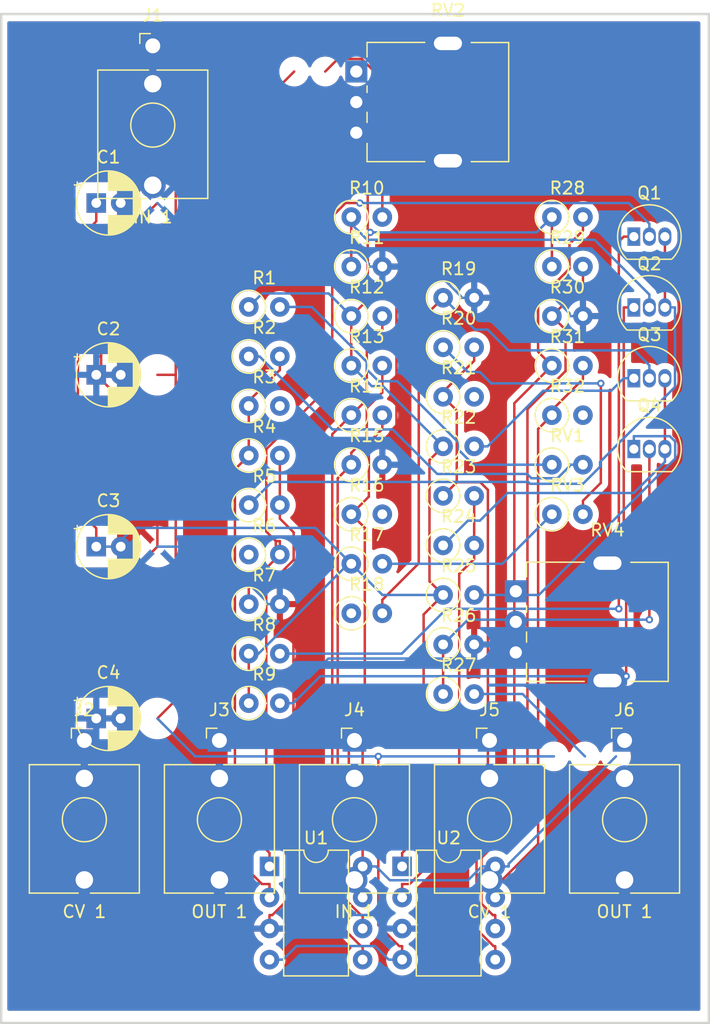
<source format=kicad_pcb>
(kicad_pcb (version 20240108) (generator "pcbnew") (generator_version "8.0")
  (layers (0 "F.Cu" signal) (31 "B.Cu" signal) (34 "B.Paste" user) (35 "F.Paste" user) (36 "B.SilkS" user "B.Silkscreen") (37 "F.SilkS" user "F.Silkscreen") (38 "B.Mask" user) (39 "F.Mask" user) (44 "Edge.Cuts" user))
  (net 0 "")
  (net 1 "VCC")
  (net 2 "GND")
  (net 3 "VEE")
  (net 4 "Net-(Q1-E)")
  (net 5 "Net-(Q1-B)")
  (net 6 "Net-(Q1-C)")
  (net 7 "Net-(Q2-C)")
  (net 8 "Net-(Q2-B)")
  (net 9 "Net-(Q3-B)")
  (net 10 "Net-(Q3-C)")
  (net 11 "Net-(Q3-E)")
  (net 12 "Net-(Q4-B)")
  (net 13 "Net-(Q4-C)")
  (net 14 "Net-(R1-Pad2)")
  (net 15 "Net-(R2-Pad1)")
  (net 16 "Net-(U1A--)")
  (net 17 "Net-(J2-PadT)")
  (net 18 "Net-(R4-Pad2)")
  (net 19 "Net-(J1-PadT)")
  (net 20 "Net-(R10-Pad2)")
  (net 21 "Net-(U1B-+)")
  (net 22 "Net-(U1B--)")
  (net 23 "Net-(R14-Pad2)")
  (net 24 "Net-(J3-PadT)")
  (net 25 "Net-(R17-Pad2)")
  (net 26 "Net-(J4-PadT)")
  (net 27 "Net-(R20-Pad1)")
  (net 28 "Net-(U2A--)")
  (net 29 "Net-(J5-PadT)")
  (net 30 "Net-(R23-Pad2)")
  (net 31 "Net-(R27-Pad2)")
  (net 32 "Net-(U2B-+)")
  (net 33 "Net-(U2B--)")
  (net 34 "Net-(R31-Pad2)")
  (net 35 "Net-(J6-PadT)")
  (footprint "Resistor_THT:R_Axial_DIN0207_L6.3mm_D2.5mm_P2.54mm_Vertical" (layer "F.Cu") (at 78.255 102.6)
    (property "Reference" "R23")
    (property "Value" "82k")
  )
  (footprint "Resistor_THT:R_Axial_DIN0207_L6.3mm_D2.5mm_P2.54mm_Vertical" (layer "F.Cu") (at 70.74 108.15)
    (property "Reference" "R17")
    (property "Value" "20k")
  )
  (footprint "Eurorack:AudioJack_3.5mm" (layer "F.Cu") (at 54.5 65.8)
    (property "Reference" "J1")
    (property "Value" "IN 1")
  )
  (footprint "Resistor_THT:R_Axial_DIN0207_L6.3mm_D2.5mm_P2.54mm_Vertical" (layer "F.Cu") (at 62.355 111.45)
    (property "Reference" "R7")
    (property "Value" "100")
  )
  (footprint "Eurorack:Potentiometer_RV09" (layer "F.Cu") (at 84.2 110.4)
    (property "Reference" "RV4")
    (property "Value" "R_Potentiometer")
  )
  (footprint "Resistor_THT:R_Axial_DIN0207_L6.3mm_D2.5mm_P2.54mm_Vertical" (layer "F.Cu") (at 70.74 96)
    (property "Reference" "R14")
    (property "Value" "100k")
  )
  (footprint "Capacitor_THT:CP_Radial_D5.0mm_P2.00mm" (layer "F.Cu") (at 49.876 106.75)
    (property "Reference" "C3")
    (property "Value" "0.1uF")
  )
  (footprint "Resistor_THT:R_Axial_DIN0207_L6.3mm_D2.5mm_P2.54mm_Vertical" (layer "F.Cu") (at 78.255 114.75)
    (property "Reference" "R26")
    (property "Value" "R")
  )
  (footprint "Package_DIP:DIP-8_W7.62mm" (layer "F.Cu") (at 74.9 132.9)
    (property "Reference" "U2")
    (property "Value" "TL072")
  )
  (footprint "Resistor_THT:R_Axial_DIN0207_L6.3mm_D2.5mm_P2.54mm_Vertical" (layer "F.Cu") (at 70.74 112.2)
    (property "Reference" "R18")
    (property "Value" "100k")
  )
  (footprint "Resistor_THT:R_Axial_DIN0207_L6.3mm_D2.5mm_P2.54mm_Vertical" (layer "F.Cu") (at 78.255 94.5)
    (property "Reference" "R21")
    (property "Value" "100k")
  )
  (footprint "Resistor_THT:R_Axial_DIN0207_L6.3mm_D2.5mm_P2.54mm_Vertical" (layer "F.Cu") (at 70.74 91.95)
    (property "Reference" "R13")
    (property "Value" "10k")
  )
  (footprint "Package_TO_SOT_THT:TO-92_Inline" (layer "F.Cu") (at 93.86 98.77)
    (property "Reference" "Q4")
    (property "Value" "BC548")
  )
  (footprint "Eurorack:AudioJack_3.5mm" (layer "F.Cu") (at 93.1 122.6)
    (property "Reference" "J6")
    (property "Value" "OUT 1")
  )
  (footprint "Capacitor_THT:CP_Radial_D5.0mm_P2.00mm" (layer "F.Cu") (at 49.876 92.7)
    (property "Reference" "C2")
    (property "Value" "0.1uF")
  )
  (footprint "Resistor_THT:R_Axial_DIN0207_L6.3mm_D2.5mm_P2.54mm_Vertical" (layer "F.Cu") (at 62.355 91.2)
    (property "Reference" "R2")
    (property "Value" "100k")
  )
  (footprint "Resistor_THT:R_Axial_DIN0207_L6.3mm_D2.5mm_P2.54mm_Vertical" (layer "F.Cu") (at 78.255 118.8)
    (property "Reference" "R27")
    (property "Value" "R")
  )
  (footprint "Resistor_THT:R_Axial_DIN0207_L6.3mm_D2.5mm_P2.54mm_Vertical" (layer "F.Cu") (at 78.255 86.4)
    (property "Reference" "R19")
    (property "Value" "100")
  )
  (footprint "Resistor_THT:R_Axial_DIN0207_L6.3mm_D2.5mm_P2.54mm_Vertical" (layer "F.Cu") (at 62.355 87.15)
    (property "Reference" "R1")
    (property "Value" "20k")
  )
  (footprint "Resistor_THT:R_Axial_DIN0207_L6.3mm_D2.5mm_P2.54mm_Vertical" (layer "F.Cu") (at 78.255 110.7)
    (property "Reference" "R25")
    (property "Value" "20k")
  )
  (footprint "Resistor_THT:R_Axial_DIN0207_L6.3mm_D2.5mm_P2.54mm_Vertical" (layer "F.Cu") (at 78.255 106.65)
    (property "Reference" "R24")
    (property "Value" "10k")
  )
  (footprint "Resistor_THT:R_Axial_DIN0207_L6.3mm_D2.5mm_P2.54mm_Vertical" (layer "F.Cu") (at 70.74 79.8)
    (property "Reference" "R10")
    (property "Value" "R")
  )
  (footprint "Resistor_THT:R_Axial_DIN0207_L6.3mm_D2.5mm_P2.54mm_Vertical" (layer "F.Cu") (at 70.74 83.85)
    (property "Reference" "R11")
    (property "Value" "R")
  )
  (footprint "Package_TO_SOT_THT:TO-92_Inline" (layer "F.Cu") (at 93.86 81.4)
    (property "Reference" "Q1")
    (property "Value" "BC548")
  )
  (footprint "Resistor_THT:R_Axial_DIN0207_L6.3mm_D2.5mm_P2.54mm_Vertical" (layer "F.Cu") (at 87.155 104.1)
    (property "Reference" "RV3")
    (property "Value" "100k")
  )
  (footprint "Resistor_THT:R_Axial_DIN0207_L6.3mm_D2.5mm_P2.54mm_Vertical" (layer "F.Cu") (at 70.74 100.05)
    (property "Reference" "R15")
    (property "Value" "100k")
  )
  (footprint "Resistor_THT:R_Axial_DIN0207_L6.3mm_D2.5mm_P2.54mm_Vertical" (layer "F.Cu") (at 62.355 115.5)
    (property "Reference" "R8")
    (property "Value" "20k")
  )
  (footprint "Package_TO_SOT_THT:TO-92_Inline" (layer "F.Cu") (at 93.86 87.19)
    (property "Reference" "Q2")
    (property "Value" "BC548")
  )
  (footprint "Resistor_THT:R_Axial_DIN0207_L6.3mm_D2.5mm_P2.54mm_Vertical" (layer "F.Cu") (at 70.74 104.1)
    (property "Reference" "R16")
    (property "Value" "1k")
  )
  (footprint "Resistor_THT:R_Axial_DIN0207_L6.3mm_D2.5mm_P2.54mm_Vertical" (layer "F.Cu") (at 70.74 87.9)
    (property "Reference" "R12")
    (property "Value" "10k")
  )
  (footprint "Resistor_THT:R_Axial_DIN0207_L6.3mm_D2.5mm_P2.54mm_Vertical" (layer "F.Cu") (at 78.255 98.55)
    (property "Reference" "R22")
    (property "Value" "20k")
  )
  (footprint "Eurorack:Potentiometer_RV09" (layer "F.Cu") (at 71.15 67.9)
    (property "Reference" "RV2")
    (property "Value" "R_Potentiometer")
  )
  (footprint "Resistor_THT:R_Axial_DIN0207_L6.3mm_D2.5mm_P2.54mm_Vertical" (layer "F.Cu") (at 87.155 91.95)
    (property "Reference" "R31")
    (property "Value" "100k")
  )
  (footprint "Package_DIP:DIP-8_W7.62mm" (layer "F.Cu") (at 64.05 132.9)
    (property "Reference" "U1")
    (property "Value" "TL072")
  )
  (footprint "Resistor_THT:R_Axial_DIN0207_L6.3mm_D2.5mm_P2.54mm_Vertical" (layer "F.Cu") (at 62.355 99.3)
    (property "Reference" "R4")
    (property "Value" "82k")
  )
  (footprint "Resistor_THT:R_Axial_DIN0207_L6.3mm_D2.5mm_P2.54mm_Vertical" (layer "F.Cu") (at 87.155 87.9)
    (property "Reference" "R30")
    (property "Value" "100k")
  )
  (footprint "Capacitor_THT:CP_Radial_D5.0mm_P2.00mm" (layer "F.Cu") (at 49.876 120.8)
    (property "Reference" "C4")
    (property "Value" "0.1uF")
  )
  (footprint "Resistor_THT:R_Axial_DIN0207_L6.3mm_D2.5mm_P2.54mm_Vertical" (layer "F.Cu") (at 87.155 83.85)
    (property "Reference" "R29")
    (property "Value" "10k")
  )
  (footprint "Resistor_THT:R_Axial_DIN0207_L6.3mm_D2.5mm_P2.54mm_Vertical" (layer "F.Cu") (at 78.255 90.45)
    (property "Reference" "R20")
    (property "Value" "100k")
  )
  (footprint "Resistor_THT:R_Axial_DIN0207_L6.3mm_D2.5mm_P2.54mm_Vertical" (layer "F.Cu") (at 62.355 107.4)
    (property "Reference" "R6")
    (property "Value" "100k")
  )
  (footprint "Resistor_THT:R_Axial_DIN0207_L6.3mm_D2.5mm_P2.54mm_Vertical" (layer "F.Cu") (at 87.155 100.05)
    (property "Reference" "RV1")
    (property "Value" "100k")
  )
  (footprint "Capacitor_THT:CP_Radial_D5.0mm_P2.00mm" (layer "F.Cu") (at 49.876 78.65)
    (property "Reference" "C1")
    (property "Value" "0.1uF")
  )
  (footprint "Eurorack:AudioJack_3.5mm" (layer "F.Cu") (at 82.05 122.6)
    (property "Reference" "J5")
    (property "Value" "CV 1")
  )
  (footprint "Eurorack:AudioJack_3.5mm" (layer "F.Cu") (at 59.95 122.6)
    (property "Reference" "J3")
    (property "Value" "OUT 1")
  )
  (footprint "Resistor_THT:R_Axial_DIN0207_L6.3mm_D2.5mm_P2.54mm_Vertical" (layer "F.Cu") (at 62.355 119.55)
    (property "Reference" "R9")
    (property "Value" "20k")
  )
  (footprint "Package_TO_SOT_THT:TO-92_Inline" (layer "F.Cu") (at 93.86 92.98)
    (property "Reference" "Q3")
    (property "Value" "BC548")
  )
  (footprint "Resistor_THT:R_Axial_DIN0207_L6.3mm_D2.5mm_P2.54mm_Vertical" (layer "F.Cu") (at 87.155 79.8)
    (property "Reference" "R28")
    (property "Value" "10k")
  )
  (footprint "Resistor_THT:R_Axial_DIN0207_L6.3mm_D2.5mm_P2.54mm_Vertical" (layer "F.Cu") (at 62.355 103.35)
    (property "Reference" "R5")
    (property "Value" "10k")
  )
  (footprint "Eurorack:AudioJack_3.5mm" (layer "F.Cu") (at 48.9 122.6)
    (property "Reference" "J2")
    (property "Value" "CV 1")
  )
  (footprint "Resistor_THT:R_Axial_DIN0207_L6.3mm_D2.5mm_P2.54mm_Vertical" (layer "F.Cu") (at 87.155 96)
    (property "Reference" "R32")
    (property "Value" "1k")
  )
  (footprint "Eurorack:AudioJack_3.5mm" (layer "F.Cu") (at 71 122.6)
    (property "Reference" "J4")
    (property "Value" "IN 1")
  )
  (footprint "Resistor_THT:R_Axial_DIN0207_L6.3mm_D2.5mm_P2.54mm_Vertical" (layer "F.Cu") (at 62.355 95.25)
    (property "Reference" "R3")
    (property "Value" "100k")
  )
  (gr_rect (start 42.1 63.2) (end 100 145.7) (stroke (width 0.2)) (fill none) (layer "Edge.Cuts"))
  (segment (start 87.155 79.8) (end 87.155 83.85) (width 0.2) (layer "F.Cu") (net 1))
  (segment (start 48.3743 103.7466) (end 49.876 105.2483) (width 0.2) (layer "F.Cu") (net 1))
  (segment (start 71.67 132.9) (end 71.67 123.2998) (width 0.2) (layer "F.Cu") (net 1))
  (segment (start 78.255 98.55) (end 77.1383 99.6667) (width 0.2) (layer "F.Cu") (net 1))
  (segment (start 77.1383 109.5833) (end 78.255 110.7) (width 0.2) (layer "F.Cu") (net 1))
  (segment (start 70.74 87.9) (end 72.0863 86.5537) (width 0.2) (layer "F.Cu") (net 1))
  (segment (start 76.6605 118.3093) (end 76.6605 112.2945) (width 0.2) (layer "F.Cu") (net 1))
  (segment (start 49.876 78.65) (end 49.876 80.1517) (width 0.2) (layer "F.Cu") (net 1))
  (segment (start 71.67 123.2998) (end 76.6605 118.3093) (width 0.2) (layer "F.Cu") (net 1))
  (segment (start 48.3743 81.6534) (end 48.3743 103.7466) (width 0.2) (layer "F.Cu") (net 1))
  (segment (start 77.1383 99.6667) (end 77.1383 109.5833) (width 0.2) (layer "F.Cu") (net 1))
  (segment (start 72.0863 86.5537) (end 72.0863 81.0545) (width 0.2) (layer "F.Cu") (net 1))
  (segment (start 70.74 87.9) (end 70.74 91.95) (width 0.2) (layer "F.Cu") (net 1))
  (segment (start 72.0863 68.8363) (end 71.15 67.9) (width 0.2) (layer "F.Cu") (net 1))
  (segment (start 62.355 115.5) (end 62.355 119.55) (width 0.2) (layer "F.Cu") (net 1))
  (segment (start 49.876 106.75) (end 49.876 105.2483) (width 0.2) (layer "F.Cu") (net 1))
  (segment (start 49.876 80.1517) (end 48.3743 81.6534) (width 0.2) (layer "F.Cu") (net 1))
  (segment (start 72.0863 81.0545) (end 72.0863 68.8363) (width 0.2) (layer "F.Cu") (net 1))
  (segment (start 76.6605 112.2945) (end 78.255 110.7) (width 0.2) (layer "F.Cu") (net 1))
  (segment (start 72.0863 81.0545) (end 72.2917 81.0545) (width 0.2) (layer "F.Cu") (net 1))
  (via (at 72.2917 81.0545) (size 0.6) (drill 0.3) (layers "F.Cu" "B.Cu") (net 1))
  (segment (start 73.332 93.627) (end 72.417 93.627) (width 0.2) (layer "B.Cu") (net 1))
  (segment (start 78.255 98.55) (end 73.332 93.627) (width 0.2) (layer "B.Cu") (net 1))
  (segment (start 72.417 93.627) (end 70.74 91.95) (width 0.2) (layer "B.Cu") (net 1))
  (segment (start 71.67 132.9) (end 72.7717 132.9) (width 0.2) (layer "B.Cu") (net 1))
  (segment (start 52.9092 105.2185) (end 67.8085 105.2185) (width 0.2) (layer "B.Cu") (net 1))
  (segment (start 80.2899 134.0284) (end 81.4183 132.9) (width 0.2) (layer "B.Cu") (net 1))
  (segment (start 62.355 87.15) (end 63.4606 86.0444) (width 0.2) (layer "B.Cu") (net 1))
  (segment (start 73.9001 134.0284) (end 80.2899 134.0284) (width 0.2) (layer "B.Cu") (net 1))
  (segment (start 51.3777 106.75) (end 52.9092 105.2185) (width 0.2) (layer "B.Cu") (net 1))
  (segment (start 72.2917 81.0545) (end 85.9005 81.0545) (width 0.2) (layer "B.Cu") (net 1))
  (segment (start 85.9005 81.0545) (end 87.155 79.8) (width 0.2) (layer "B.Cu") (net 1))
  (segment (start 83.6217 132.6783) (end 83.6217 132.9) (width 0.2) (layer "B.Cu") (net 1))
  (segment (start 63.4606 86.0444) (end 68.8844 86.0444) (width 0.2) (layer "B.Cu") (net 1))
  (segment (start 92.4 123.9) (end 83.6217 132.6783) (width 0.2) (layer "B.Cu") (net 1))
  (segment (start 82.52 132.9) (end 83.6217 132.9) (width 0.2) (layer "B.Cu") (net 1))
  (segment (start 70.5037 108.15) (end 70.74 108.15) (width 0.2) (layer "B.Cu") (net 1))
  (segment (start 82.52 132.9) (end 81.4183 132.9) (width 0.2) (layer "B.Cu") (net 1))
  (segment (start 62.355 115.5) (end 63.1537 115.5) (width 0.2) (layer "B.Cu") (net 1))
  (segment (start 63.1537 115.5) (end 70.5037 108.15) (width 0.2) (layer "B.Cu") (net 1))
  (segment (start 70.74 108.15) (end 73.29 110.7) (width 0.2) (layer "B.Cu") (net 1))
  (segment (start 49.876 106.75) (end 51.3777 106.75) (width 0.2) (layer "B.Cu") (net 1))
  (segment (start 67.8085 105.2185) (end 70.74 108.15) (width 0.2) (layer "B.Cu") (net 1))
  (segment (start 73.29 110.7) (end 78.255 110.7) (width 0.2) (layer "B.Cu") (net 1))
  (segment (start 72.7717 132.9) (end 73.9001 134.0284) (width 0.2) (layer "B.Cu") (net 1))
  (segment (start 68.8844 86.0444) (end 70.74 87.9) (width 0.2) (layer "B.Cu") (net 1))
  (segment (start 73.28 83.85) (end 73.28 84.9517) (width 0.2) (layer "F.Cu") (net 2))
  (segment (start 54.876 78.65) (end 50.2762 83.2498) (width 0.2) (layer "F.Cu") (net 2))
  (segment (start 73.28 100.05) (end 73.28 98.9483) (width 0.2) (layer "F.Cu") (net 2))
  (segment (start 54.876 97.7) (end 54.876 106.75) (width 0.2) (layer "F.Cu") (net 2))
  (segment (start 73.28 98.9483) (end 74.4383 97.79) (width 0.2) (layer "F.Cu") (net 2))
  (segment (start 66.0098 135.1468) (end 64.2783 136.8783) (width 0.2) (layer "F.Cu") (net 2))
  (segment (start 50.2762 91.1511) (end 50.2762 93.1002) (width 0.2) (layer "F.Cu") (net 2))
  (segment (start 74.4383 97.79) (end 74.4383 86.11) (width 0.2) (layer "F.Cu") (net 2))
  (segment (start 49.876 92.7) (end 49.876 91.1983) (width 0.2) (layer "F.Cu") (net 2))
  (segment (start 66.0098 113.6665) (end 66.0098 135.1468) (width 0.2) (layer "F.Cu") (net 2))
  (segment (start 74.4383 86.11) (end 73.28 84.9517) (width 0.2) (layer "F.Cu") (net 2))
  (segment (start 49.876 91.1983) (end 50.229 91.1983) (width 0.2) (layer "F.Cu") (net 2))
  (segment (start 49.876 120.8) (end 49.876 111.75) (width 0.2) (layer "F.Cu") (net 2))
  (segment (start 64.2783 136.8783) (end 64.05 136.8783) (width 0.2) (layer "F.Cu") (net 2))
  (segment (start 64.05 137.98) (end 64.05 136.8783) (width 0.2) (layer "F.Cu") (net 2))
  (segment (start 64.895 111.45) (end 64.895 112.5517) (width 0.2) (layer "F.Cu") (net 2))
  (segment (start 50.2762 93.1002) (end 54.876 97.7) (width 0.2) (layer "F.Cu") (net 2))
  (segment (start 49.876 111.75) (end 54.876 106.75) (width 0.2) (layer "F.Cu") (net 2))
  (segment (start 50.2762 83.2498) (end 50.2762 91.1511) (width 0.2) (layer "F.Cu") (net 2))
  (segment (start 50.229 91.1983) (end 50.2762 91.1511) (width 0.2) (layer "F.Cu") (net 2))
  (segment (start 64.895 112.5517) (end 66.0098 113.6665) (width 0.2) (layer "F.Cu") (net 2))
  (segment (start 65.1517 137.98) (end 66.263 136.8687) (width 0.2) (layer "B.Cu") (net 2))
  (segment (start 79.6933 86.4) (end 79.6933 86.2623) (width 0.2) (layer "B.Cu") (net 2))
  (segment (start 68.8612 115.9002) (end 67.2364 117.525) (width 0.2) (layer "B.Cu") (net 2))
  (segment (start 49.876 120.8) (end 51.3777 120.8) (width 0.2) (layer "B.Cu") (net 2))
  (segment (start 72.687 136.8687) (end 73.7983 137.98) (width 0.2) (layer "B.Cu") (net 2))
  (segment (start 54.876 106.75) (end 59.3216 106.75) (width 0.2) (layer "B.Cu") (net 2))
  (segment (start 66.263 136.8687) (end 72.687 136.8687) (width 0.2) (layer "B.Cu") (net 2))
  (segment (start 69.829 82.7018) (end 71.2584 82.7018) (width 0.2) (layer "B.Cu") (net 2))
  (segment (start 69.6321 82.8987) (end 69.829 82.7018) (width 0.2) (layer "B.Cu") (net 2))
  (segment (start 59.1247 82.8987) (end 69.6321 82.8987) (width 0.2) (layer "B.Cu") (net 2))
  (segment (start 87.3216 86.4) (end 88.5933 87.6717) (width 0.2) (layer "B.Cu") (net 2))
  (segment (start 59.3216 106.75) (end 63.7933 111.2217) (width 0.2) (layer "B.Cu") (net 2))
  (segment (start 88.5933 87.6717) (end 88.5933 87.9) (width 0.2) (layer "B.Cu") (net 2))
  (segment (start 80.7465 115.9002) (end 68.8612 115.9002) (width 0.2) (layer "B.Cu") (net 2))
  (segment (start 80.795 114.75) (end 80.795 115.8517) (width 0.2) (layer "B.Cu") (net 2))
  (segment (start 54.6527 117.525) (end 51.3777 120.8) (width 0.2) (layer "B.Cu") (net 2))
  (segment (start 63.7933 111.2217) (end 63.7933 111.45) (width 0.2) (layer "B.Cu") (net 2))
  (segment (start 71.2584 82.7018) (end 72.1783 83.6217) (width 0.2) (layer "B.Cu") (net 2))
  (segment (start 74.9 137.98) (end 73.7983 137.98) (width 0.2) (layer "B.Cu") (net 2))
  (segment (start 89.695 87.9) (end 88.5933 87.9) (width 0.2) (layer "B.Cu") (net 2))
  (segment (start 67.2364 117.525) (end 54.6527 117.525) (width 0.2) (layer "B.Cu") (net 2))
  (segment (start 80.795 86.4) (end 79.6933 86.4) (width 0.2) (layer "B.Cu") (net 2))
  (segment (start 80.795 86.4) (end 87.3216 86.4) (width 0.2) (layer "B.Cu") (net 2))
  (segment (start 77.281 83.85) (end 73.28 83.85) (width 0.2) (layer "B.Cu") (net 2))
  (segment (start 54.876 78.65) (end 59.1247 82.8987) (width 0.2) (layer "B.Cu") (net 2))
  (segment (start 64.05 137.98) (end 65.1517 137.98) (width 0.2) (layer "B.Cu") (net 2))
  (segment (start 80.795 115.8517) (end 80.7465 115.9002) (width 0.2) (layer "B.Cu") (net 2))
  (segment (start 72.1783 83.6217) (end 72.1783 83.85) (width 0.2) (layer "B.Cu") (net 2))
  (segment (start 64.895 111.45) (end 63.7933 111.45) (width 0.2) (layer "B.Cu") (net 2))
  (segment (start 73.28 83.85) (end 72.1783 83.85) (width 0.2) (layer "B.Cu") (net 2))
  (segment (start 79.6933 86.2623) (end 77.281 83.85) (width 0.2) (layer "B.Cu") (net 2))
  (segment (start 74.9 140.52) (end 74.9 139.4183) (width 0.2) (layer "F.Cu") (net 3))
  (segment (start 56.3777 119.2983) (end 54.876 120.8) (width 0.2) (layer "F.Cu") (net 3))
  (segment (start 74.6717 139.4183) (end 72.9531 137.6997) (width 0.2) (layer "F.Cu") (net 3))
  (segment (start 56.3777 77.5923) (end 56.3777 92.7) (width 0.2) (layer "F.Cu") (net 3))
  (segment (start 66.07 67.9) (end 56.3777 77.5923) (width 0.2) (layer "F.Cu") (net 3))
  (segment (start 74.9 139.4183) (end 74.6717 139.4183) (width 0.2) (layer "F.Cu") (net 3))
  (segment (start 72.9531 137.6997) (end 72.9531 123.9) (width 0.2) (layer "F.Cu") (net 3))
  (segment (start 56.3777 92.7) (end 56.3777 119.2983) (width 0.2) (layer "F.Cu") (net 3))
  (segment (start 54.876 92.7) (end 56.3777 92.7) (width 0.2) (layer "F.Cu") (net 3))
  (via (at 72.9531 123.9) (size 0.6) (drill 0.3) (layers "F.Cu" "B.Cu") (net 3))
  (segment (start 64.05 140.52) (end 65.1517 140.52) (width 0.2) (layer "B.Cu") (net 3))
  (segment (start 57.976 123.9) (end 54.876 120.8) (width 0.2) (layer "B.Cu") (net 3))
  (segment (start 87.32 123.9) (end 72.9531 123.9) (width 0.2) (layer "B.Cu") (net 3))
  (segment (start 72.9531 123.9) (end 57.976 123.9) (width 0.2) (layer "B.Cu") (net 3))
  (segment (start 74.9 140.52) (end 73.7983 140.52) (width 0.2) (layer "B.Cu") (net 3))
  (segment (start 65.1517 140.52) (end 66.263 139.4087) (width 0.2) (layer "B.Cu") (net 3))
  (segment (start 66.263 139.4087) (end 72.687 139.4087) (width 0.2) (layer "B.Cu") (net 3))
  (segment (start 72.687 139.4087) (end 73.7983 140.52) (width 0.2) (layer "B.Cu") (net 3))
  (segment (start 96.4 81.4) (end 96.4 87.19) (width 0.2) (layer "F.Cu") (net 4))
  (segment (start 97.2267 93.693) (end 91.0951 99.8246) (width 0.2) (layer "B.Cu") (net 4))
  (segment (start 64.246 101.459) (end 62.355 103.35) (width 0.2) (layer "B.Cu") (net 4))
  (segment (start 85.2112 101.459) (end 64.246 101.459) (width 0.2) (layer "B.Cu") (net 4))
  (segment (start 85.3618 101.6096) (end 85.2112 101.459) (width 0.2) (layer "B.Cu") (net 4))
  (segment (start 91.0951 100.2139) (end 89.6994 101.6096) (width 0.2) (layer "B.Cu") (net 4))
  (segment (start 89.6994 101.6096) (end 85.3618 101.6096) (width 0.2) (layer "B.Cu") (net 4))
  (segment (start 91.0951 99.8246) (end 91.0951 100.2139) (width 0.2) (layer "B.Cu") (net 4))
  (segment (start 97.2267 87.19) (end 97.2267 93.693) (width 0.2) (layer "B.Cu") (net 4))
  (segment (start 96.4 87.19) (end 97.2267 87.19) (width 0.2) (layer "B.Cu") (net 4))
  (segment (start 69.1838 79.7431) (end 70.2731 78.6538) (width 0.2) (layer "F.Cu") (net 5))
  (segment (start 64.5645 106.2983) (end 63.7868 105.5206) (width 0.2) (layer "F.Cu") (net 5))
  (segment (start 64.895 106.8491) (end 64.895 106.2983) (width 0.2) (layer "F.Cu") (net 5))
  (segment (start 70.2731 78.6538) (end 71.4401 78.6538) (width 0.2) (layer "F.Cu") (net 5))
  (segment (start 69.1838 93.3868) (end 69.1838 79.7431) (width 0.2) (layer "F.Cu") (net 5))
  (segment (start 63.7868 98.7838) (end 69.1838 93.3868) (width 0.2) (layer "F.Cu") (net 5))
  (segment (start 63.7868 105.5206) (end 63.7868 98.7838) (width 0.2) (layer "F.Cu") (net 5))
  (segment (start 62.355 109.94) (end 62.355 111.45) (width 0.2) (layer "F.Cu") (net 5))
  (segment (start 64.5645 106.2983) (end 64.895 106.2983) (width 0.2) (layer "F.Cu") (net 5))
  (segment (start 64.895 106.8491) (end 64.895 107.4) (width 0.2) (layer "F.Cu") (net 5))
  (segment (start 64.5645 106.2983) (end 64.5645 107.7305) (width 0.2) (layer "F.Cu") (net 5))
  (segment (start 64.5645 107.7305) (end 62.355 109.94) (width 0.2) (layer "F.Cu") (net 5))
  (via (at 71.4401 78.6538) (size 0.6) (drill 0.3) (layers "F.Cu" "B.Cu") (net 5))
  (segment (start 95.13 80.3483) (end 93.4355 78.6538) (width 0.2) (layer "B.Cu") (net 5))
  (segment (start 95.13 81.4) (end 95.13 80.3483) (width 0.2) (layer "B.Cu") (net 5))
  (segment (start 93.4355 78.6538) (end 71.4401 78.6538) (width 0.2) (layer "B.Cu") (net 5))
  (segment (start 93.0333 81.4) (end 92.63 81.8033) (width 0.2) (layer "F.Cu") (net 6))
  (segment (start 92.63 81.8033) (end 92.63 111.8336) (width 0.2) (layer "F.Cu") (net 6))
  (segment (start 93.86 81.4) (end 93.0333 81.4) (width 0.2) (layer "F.Cu") (net 6))
  (via (at 92.63 111.8336) (size 0.6) (drill 0.3) (layers "F.Cu" "B.Cu") (net 6))
  (segment (start 74.8717 115.4985) (end 65.9982 115.4985) (width 0.2) (layer "B.Cu") (net 6))
  (segment (start 92.63 111.8336) (end 78.5366 111.8336) (width 0.2) (layer "B.Cu") (net 6))
  (segment (start 78.5366 111.8336) (end 74.8717 115.4985) (width 0.2) (layer "B.Cu") (net 6))
  (segment (start 64.895 115.5) (end 65.9967 115.5) (width 0.2) (layer "B.Cu") (net 6))
  (segment (start 65.9982 115.4985) (end 65.9967 115.5) (width 0.2) (layer "B.Cu") (net 6))
  (segment (start 93.2318 105.9427) (end 93.0333 105.7442) (width 0.2) (layer "F.Cu") (net 7))
  (segment (start 93.0333 105.7442) (end 93.0333 87.19) (width 0.2) (layer "F.Cu") (net 7))
  (segment (start 93.2318 117.3465) (end 93.2318 105.9427) (width 0.2) (layer "F.Cu") (net 7))
  (segment (start 93.86 87.19) (end 93.0333 87.19) (width 0.2) (layer "F.Cu") (net 7))
  (via (at 93.2318 117.3465) (size 0.6) (drill 0.3) (layers "F.Cu" "B.Cu") (net 7))
  (segment (start 68.2002 117.3465) (end 93.2318 117.3465) (width 0.2) (layer "B.Cu") (net 7))
  (segment (start 65.9967 119.55) (end 68.2002 117.3465) (width 0.2) (layer "B.Cu") (net 7))
  (segment (start 64.895 119.55) (end 65.9967 119.55) (width 0.2) (layer "B.Cu") (net 7))
  (segment (start 70.74 79.8) (end 70.74 83.85) (width 0.2) (layer "F.Cu") (net 8))
  (segment (start 90.6479 81.6562) (end 95.13 86.1383) (width 0.2) (layer "B.Cu") (net 8))
  (segment (start 70.74 79.8) (end 70.74 80.3536) (width 0.2) (layer "B.Cu") (net 8))
  (segment (start 95.13 87.19) (end 95.13 86.1383) (width 0.2) (layer "B.Cu") (net 8))
  (segment (start 72.0426 81.6562) (end 90.6479 81.6562) (width 0.2) (layer "B.Cu") (net 8))
  (segment (start 70.74 80.3536) (end 72.0426 81.6562) (width 0.2) (layer "B.Cu") (net 8))
  (segment (start 76.2603 88.3947) (end 78.255 86.4) (width 0.2) (layer "F.Cu") (net 9))
  (segment (start 76.2603 108.118) (end 76.2603 88.3947) (width 0.2) (layer "F.Cu") (net 9))
  (segment (start 73.28 112.2) (end 73.28 111.0983) (width 0.2) (layer "F.Cu") (net 9))
  (segment (start 73.28 111.0983) (end 76.2603 108.118) (width 0.2) (layer "F.Cu") (net 9))
  (segment (start 93.9016 90.6999) (end 95.13 91.9283) (width 0.2) (layer "B.Cu") (net 9))
  (segment (start 78.255 86.4) (end 80.8552 89.0002) (width 0.2) (layer "B.Cu") (net 9))
  (segment (start 83.5949 90.6999) (end 93.9016 90.6999) (width 0.2) (layer "B.Cu") (net 9))
  (segment (start 95.13 92.98) (end 95.13 91.9283) (width 0.2) (layer "B.Cu") (net 9))
  (segment (start 81.8952 89.0002) (end 83.5949 90.6999) (width 0.2) (layer "B.Cu") (net 9))
  (segment (start 80.8552 89.0002) (end 81.8952 89.0002) (width 0.2) (layer "B.Cu") (net 9))
  (segment (start 80.795 98.55) (end 81.8967 98.55) (width 0.2) (layer "B.Cu") (net 10))
  (segment (start 81.8967 98.55) (end 86.4451 94.0016) (width 0.2) (layer "B.Cu") (net 10))
  (segment (start 93.86 92.98) (end 93.0333 92.98) (width 0.2) (layer "B.Cu") (net 10))
  (segment (start 92.0117 94.0016) (end 93.0333 92.98) (width 0.2) (layer "B.Cu") (net 10))
  (segment (start 86.4451 94.0016) (end 92.0117 94.0016) (width 0.2) (layer "B.Cu") (net 10))
  (segment (start 96.4 92.98) (end 96.4 98.77) (width 0.2) (layer "F.Cu") (net 11))
  (segment (start 80.28 104.625) (end 78.255 106.65) (width 0.2) (layer "B.Cu") (net 11))
  (segment (start 83.5259 102.3632) (end 81.2641 104.625) (width 0.2) (layer "B.Cu") (net 11))
  (segment (start 96.4 98.77) (end 96.4 99.8217) (width 0.2) (layer "B.Cu") (net 11))
  (segment (start 96.4 99.8217) (end 93.8585 102.3632) (width 0.2) (layer "B.Cu") (net 11))
  (segment (start 93.8585 102.3632) (end 83.5259 102.3632) (width 0.2) (layer "B.Cu") (net 11))
  (segment (start 81.2641 104.625) (end 80.28 104.625) (width 0.2) (layer "B.Cu") (net 11))
  (segment (start 78.255 114.75) (end 78.255 118.8) (width 0.2) (layer "F.Cu") (net 12))
  (segment (start 95.13 98.77) (end 95.13 112.722) (width 0.2) (layer "F.Cu") (net 12))
  (via (at 95.13 112.722) (size 0.6) (drill 0.3) (layers "F.Cu" "B.Cu") (net 12))
  (segment (start 78.255 114.75) (end 80.283 112.722) (width 0.2) (layer "B.Cu") (net 12))
  (segment (start 80.283 112.722) (end 95.13 112.722) (width 0.2) (layer "B.Cu") (net 12))
  (segment (start 93.86 98.77) (end 93.86 97.7183) (width 0.2) (layer "B.Cu") (net 13))
  (segment (start 97.2426 98.1556) (end 97.2426 99.5472) (width 0.2) (layer "B.Cu") (net 13))
  (segment (start 93.86 97.7183) (end 96.8053 97.7183) (width 0.2) (layer "B.Cu") (net 13))
  (segment (start 97.2426 99.5472) (end 86.0898 110.7) (width 0.2) (layer "B.Cu") (net 13))
  (segment (start 86.0898 110.7) (end 80.795 110.7) (width 0.2) (layer "B.Cu") (net 13))
  (segment (start 96.8053 97.7183) (end 97.2426 98.1556) (width 0.2) (layer "B.Cu") (net 13))
  (segment (start 72.9748 93.2253) (end 72.01 92.2605) (width 0.2) (layer "B.Cu") (net 14))
  (segment (start 74.504 93.2253) (end 72.9748 93.2253) (width 0.2) (layer "B.Cu") (net 14))
  (segment (start 79.525 98.8391) (end 79.525 98.2463) (width 0.2) (layer "B.Cu") (net 14))
  (segment (start 79.525 98.2463) (end 74.504 93.2253) (width 0.2) (layer "B.Cu") (net 14))
  (segment (start 67.5137 87.15) (end 64.895 87.15) (width 0.2) (layer "B.Cu") (net 14))
  (segment (start 87.155 100.05) (end 80.7359 100.05) (width 0.2) (layer "B.Cu") (net 14))
  (segment (start 72.01 91.6463) (end 67.5137 87.15) (width 0.2) (layer "B.Cu") (net 14))
  (segment (start 80.7359 100.05) (end 79.525 98.8391) (width 0.2) (layer "B.Cu") (net 14))
  (segment (start 72.01 92.2605) (end 72.01 91.6463) (width 0.2) (layer "B.Cu") (net 14))
  (segment (start 87.6127 101.1577) (end 85.478 101.1577) (width 0.2) (layer "B.Cu") (net 15))
  (segment (start 63.2383 91.2) (end 62.355 91.2) (width 0.2) (layer "B.Cu") (net 15))
  (segment (start 74.1308 97.1645) (end 69.2028 97.1645) (width 0.2) (layer "B.Cu") (net 15))
  (segment (start 85.1265 100.8062) (end 77.7725 100.8062) (width 0.2) (layer "B.Cu") (net 15))
  (segment (start 88.5933 100.05) (end 88.5933 100.1771) (width 0.2) (layer "B.Cu") (net 15))
  (segment (start 77.7725 100.8062) (end 74.1308 97.1645) (width 0.2) (layer "B.Cu") (net 15))
  (segment (start 89.695 100.05) (end 88.5933 100.05) (width 0.2) (layer "B.Cu") (net 15))
  (segment (start 85.478 101.1577) (end 85.1265 100.8062) (width 0.2) (layer "B.Cu") (net 15))
  (segment (start 88.5933 100.1771) (end 87.6127 101.1577) (width 0.2) (layer "B.Cu") (net 15))
  (segment (start 69.2028 97.1645) (end 63.2383 91.2) (width 0.2) (layer "B.Cu") (net 15))
  (segment (start 62.355 99.3) (end 61.2208 100.4342) (width 0.2) (layer "F.Cu") (net 16))
  (segment (start 62.355 94.8417) (end 62.355 95.25) (width 0.2) (layer "F.Cu") (net 16))
  (segment (start 62.355 95.25) (end 62.355 99.3) (width 0.2) (layer "F.Cu") (net 16))
  (segment (start 64.895 91.2) (end 64.895 92.3017) (width 0.2) (layer "F.Cu") (net 16))
  (segment (start 64.05 135.44) (end 64.05 134.3383) (width 0.2) (layer "F.Cu") (net 16))
  (segment (start 63.4321 134.3383) (end 64.05 134.3383) (width 0.2) (layer "F.Cu") (net 16))
  (segment (start 64.895 92.3017) (end 62.355 94.8417) (width 0.2) (layer "F.Cu") (net 16))
  (segment (start 61.2208 100.4342) (end 61.2208 132.127) (width 0.2) (layer "F.Cu") (net 16))
  (segment (start 61.2208 132.127) (end 63.4321 134.3383) (width 0.2) (layer "F.Cu") (net 16))
  (segment (start 66.0272 107.838) (end 63.7844 110.0808) (width 0.2) (layer "F.Cu") (net 18))
  (segment (start 63.7844 131.5327) (end 64.05 131.7983) (width 0.2) (layer "F.Cu") (net 18))
  (segment (start 64.895 104.4517) (end 66.0272 105.5839) (width 0.2) (layer "F.Cu") (net 18))
  (segment (start 64.895 103.35) (end 64.895 104.4517) (width 0.2) (layer "F.Cu") (net 18))
  (segment (start 63.7844 110.0808) (end 63.7844 131.5327) (width 0.2) (layer "F.Cu") (net 18))
  (segment (start 64.05 132.9) (end 64.05 131.7983) (width 0.2) (layer "F.Cu") (net 18))
  (segment (start 66.0272 105.5839) (end 66.0272 107.838) (width 0.2) (layer "F.Cu") (net 18))
  (segment (start 64.895 103.35) (end 64.895 99.3) (width 0.2) (layer "F.Cu") (net 18))
  (segment (start 69.6446 66.8654) (end 68.61 67.9) (width 0.2) (layer "F.Cu") (net 20))
  (segment (start 73.28 79.8) (end 73.28 68.5616) (width 0.2) (layer "F.Cu") (net 20))
  (segment (start 71.5838 66.8654) (end 69.6446 66.8654) (width 0.2) (layer "F.Cu") (net 20))
  (segment (start 73.28 68.5616) (end 71.5838 66.8654) (width 0.2) (layer "F.Cu") (net 20))
  (segment (start 73.28 87.9) (end 73.28 89.0017) (width 0.2) (layer "F.Cu") (net 21))
  (segment (start 71.67 140.52) (end 71.67 139.4183) (width 0.2) (layer "F.Cu") (net 21))
  (segment (start 72.01 90.2717) (end 73.28 89.0017) (width 0.2) (layer "F.Cu") (net 21))
  (segment (start 71.67 139.4183) (end 71.5323 139.4183) (width 0.2) (layer "F.Cu") (net 21))
  (segment (start 72.01 94.73) (end 72.01 90.2717) (width 0.2) (layer "F.Cu") (net 21))
  (segment (start 70.74 96) (end 72.01 94.73) (width 0.2) (layer "F.Cu") (net 21))
  (segment (start 69.1836 97.5564) (end 70.74 96) (width 0.2) (layer "F.Cu") (net 21))
  (segment (start 71.5323 139.4183) (end 69.1836 137.0696) (width 0.2) (layer "F.Cu") (net 21))
  (segment (start 69.1836 137.0696) (end 69.1836 97.5564) (width 0.2) (layer "F.Cu") (net 21))
  (segment (start 72.01 95.4125) (end 73.28 94.1425) (width 0.2) (layer "F.Cu") (net 22))
  (segment (start 72.01 97.8058) (end 72.01 95.4125) (width 0.2) (layer "F.Cu") (net 22))
  (segment (start 69.6298 134.9758) (end 69.6298 101.1602) (width 0.2) (layer "F.Cu") (net 22))
  (segment (start 70.74 100.05) (end 70.74 99.0758) (width 0.2) (layer "F.Cu") (net 22))
  (segment (start 71.67 137.98) (end 71.67 136.8783) (width 0.2) (layer "F.Cu") (net 22))
  (segment (start 69.6298 101.1602) (end 70.74 100.05) (width 0.2) (layer "F.Cu") (net 22))
  (segment (start 73.28 94.1425) (end 73.28 91.95) (width 0.2) (layer "F.Cu") (net 22))
  (segment (start 71.5323 136.8783) (end 69.6298 134.9758) (width 0.2) (layer "F.Cu") (net 22))
  (segment (start 71.67 136.8783) (end 71.5323 136.8783) (width 0.2) (layer "F.Cu") (net 22))
  (segment (start 70.74 99.0758) (end 72.01 97.8058) (width 0.2) (layer "F.Cu") (net 22))
  (segment (start 73.28 97.1331) (end 73.28 97.1017) (width 0.2) (layer "F.Cu") (net 23))
  (segment (start 70.5398 133.3458) (end 70.5398 122.8529) (width 0.2) (layer "F.Cu") (net 23))
  (segment (start 70.74 104.1) (end 72.1783 102.6617) (width 0.2) (layer "F.Cu") (net 23))
  (segment (start 72.1783 102.6617) (end 72.1783 98.2348) (width 0.2) (layer "F.Cu") (net 23))
  (segment (start 72.1783 98.2348) (end 73.28 97.1331) (width 0.2) (layer "F.Cu") (net 23))
  (segment (start 73.28 96) (end 73.28 97.1017) (width 0.2) (layer "F.Cu") (net 23))
  (segment (start 71.67 134.3383) (end 71.5323 134.3383) (width 0.2) (layer "F.Cu") (net 23))
  (segment (start 71.67 135.44) (end 71.67 134.3383) (width 0.2) (layer "F.Cu") (net 23))
  (segment (start 70.5398 122.8529) (end 71.8456 121.5471) (width 0.2) (layer "F.Cu") (net 23))
  (segment (start 71.8456 121.5471) (end 71.8456 105.2056) (width 0.2) (layer "F.Cu") (net 23))
  (segment (start 71.8456 105.2056) (end 70.74 104.1) (width 0.2) (layer "F.Cu") (net 23))
  (segment (start 71.5323 134.3383) (end 70.5398 133.3458) (width 0.2) (layer "F.Cu") (net 23))
  (segment (start 87.155 104.1) (end 83.105 108.15) (width 0.2) (layer "B.Cu") (net 25))
  (segment (start 83.105 108.15) (end 73.28 108.15) (width 0.2) (layer "B.Cu") (net 25))
  (segment (start 91.1576 101.5357) (end 91.1576 93.3999) (width 0.2) (layer "F.Cu") (net 27))
  (segment (start 89.695 102.9983) (end 91.1576 101.5357) (width 0.2) (layer "F.Cu") (net 27))
  (segment (start 89.695 104.1) (end 89.695 102.9983) (width 0.2) (layer "F.Cu") (net 27))
  (via (at 91.1576 93.3999) (size 0.6) (drill 0.3) (layers "F.Cu" "B.Cu") (net 27))
  (segment (start 82.189 93.3999) (end 81.2641 92.475) (width 0.2) (layer "B.Cu") (net 27))
  (segment (start 91.1576 93.3999) (end 82.189 93.3999) (width 0.2) (layer "B.Cu") (net 27))
  (segment (start 81.2641 92.475) (end 80.28 92.475) (width 0.2) (layer "B.Cu") (net 27))
  (segment (start 80.28 92.475) (end 78.255 90.45) (width 0.2) (layer "B.Cu") (net 27))
  (segment (start 79.3712 101.4838) (end 78.255 102.6) (width 0.2) (layer "F.Cu") (net 28))
  (segment (start 78.255 94.0917) (end 78.255 94.5) (width 0.2) (layer "F.Cu") (net 28))
  (segment (start 79.3712 95.6162) (end 79.3712 101.4838) (width 0.2) (layer "F.Cu") (net 28))
  (segment (start 81.2941 101.4838) (end 81.9172 102.1069) (width 0.2) (layer "F.Cu") (net 28))
  (segment (start 78.255 94.5) (end 79.3712 95.6162) (width 0.2) (layer "F.Cu") (net 28))
  (segment (start 79.3712 101.4838) (end 81.2941 101.4838) (width 0.2) (layer "F.Cu") (net 28))
  (segment (start 80.795 91.5517) (end 78.255 94.0917) (width 0.2) (layer "F.Cu") (net 28))
  (segment (start 80.795 90.45) (end 80.795 91.5517) (width 0.2) (layer "F.Cu") (net 28))
  (segment (start 81.9172 102.1069) (end 81.9172 127.939) (width 0.2) (layer "F.Cu") (net 28))
  (segment (start 74.9 135.44) (end 74.9 134.3383) (width 0.2) (layer "F.Cu") (net 28))
  (segment (start 75.5179 134.3383) (end 74.9 134.3383) (width 0.2) (layer "F.Cu") (net 28))
  (segment (start 81.9172 127.939) (end 75.5179 134.3383) (width 0.2) (layer "F.Cu") (net 28))
  (segment (start 80.795 107.7517) (end 79.5712 108.9755) (width 0.2) (layer "F.Cu") (net 30))
  (segment (start 79.5712 108.9755) (end 79.5712 127.1271) (width 0.2) (layer "F.Cu") (net 30))
  (segment (start 80.795 102.6) (end 80.795 106.65) (width 0.2) (layer "F.Cu") (net 30))
  (segment (start 74.9 132.9) (end 74.9 131.7983) (width 0.2) (layer "F.Cu") (net 30))
  (segment (start 79.5712 127.1271) (end 74.9 131.7983) (width 0.2) (layer "F.Cu") (net 30))
  (segment (start 80.795 106.65) (end 80.795 107.7517) (width 0.2) (layer "F.Cu") (net 30))
  (segment (start 80.795 118.8) (end 84.76 118.8) (width 0.2) (layer "B.Cu") (net 31))
  (segment (start 84.76 118.8) (end 89.86 123.9) (width 0.2) (layer "B.Cu") (net 31))
  (segment (start 86.0249 90.8199) (end 87.155 91.95) (width 0.2) (layer "F.Cu") (net 32))
  (segment (start 88.5933 82.0034) (end 88.5933 84.0267) (width 0.2) (layer "F.Cu") (net 32))
  (segment (start 82.3823 139.4183) (end 82.52 139.4183) (width 0.2) (layer "F.Cu") (net 32))
  (segment (start 88.5933 84.0267) (end 86.0249 86.5951) (width 0.2) (layer "F.Cu") (net 32))
  (segment (start 87.155 91.95) (end 84.079 95.026) (width 0.2) (layer "F.Cu") (net 32))
  (segment (start 82.52 140.52) (end 82.52 139.4183) (width 0.2) (layer "F.Cu") (net 32))
  (segment (start 89.695 79.8) (end 89.695 80.9017) (width 0.2) (layer "F.Cu") (net 32))
  (segment (start 80.9868 131.9293) (end 80.9868 138.0228) (width 0.2) (layer "F.Cu") (net 32))
  (segment (start 89.695 80.9017) (end 88.5933 82.0034) (width 0.2) (layer "F.Cu") (net 32))
  (segment (start 86.0249 86.5951) (end 86.0249 90.8199) (width 0.2) (layer "F.Cu") (net 32))
  (segment (start 84.079 128.8371) (end 80.9868 131.9293) (width 0.2) (layer "F.Cu") (net 32))
  (segment (start 84.079 95.026) (end 84.079 128.8371) (width 0.2) (layer "F.Cu") (net 32))
  (segment (start 80.9868 138.0228) (end 82.3823 139.4183) (width 0.2) (layer "F.Cu") (net 32))
  (segment (start 89.695 83.85) (end 89.695 84.4008) (width 0.2) (layer "F.Cu") (net 33))
  (segment (start 88.2712 89.0162) (end 88.2712 92.3925) (width 0.2) (layer "F.Cu") (net 33))
  (segment (start 82.52 137.98) (end 82.52 136.8783) (width 0.2) (layer "F.Cu") (net 33))
  (segment (start 81.3885 135.9434) (end 82.3234 136.8783) (width 0.2) (layer "F.Cu") (net 33))
  (segment (start 89.695 84.4008) (end 89.695 85.36) (width 0.2) (layer "F.Cu") (net 33))
  (segment (start 85.1537 95.51) (end 85.1537 128.4303) (width 0.2) (layer "F.Cu") (net 33))
  (segment (start 87.155 87.9) (end 88.2712 89.0162) (width 0.2) (layer "F.Cu") (net 33))
  (segment (start 88.2712 92.3925) (end 85.1537 95.51) (width 0.2) (layer "F.Cu") (net 33))
  (segment (start 89.695 85.36) (end 87.155 87.9) (width 0.2) (layer "F.Cu") (net 33))
  (segment (start 85.1537 128.4303) (end 81.3885 132.1955) (width 0.2) (layer "F.Cu") (net 33))
  (segment (start 81.3885 132.1955) (end 81.3885 135.9434) (width 0.2) (layer "F.Cu") (net 33))
  (segment (start 82.3234 136.8783) (end 82.52 136.8783) (width 0.2) (layer "F.Cu") (net 33))
  (segment (start 86.0262 131.0604) (end 86.0262 97.1288) (width 0.2) (layer "F.Cu") (net 34))
  (segment (start 82.7483 134.3383) (end 86.0262 131.0604) (width 0.2) (layer "F.Cu") (net 34))
  (segment (start 86.0262 97.1288) (end 87.155 96) (width 0.2) (layer "F.Cu") (net 34))
  (segment (start 89.695 93.0517) (end 87.155 95.5917) (width 0.2) (layer "F.Cu") (net 34))
  (segment (start 89.695 91.95) (end 89.695 93.0517) (width 0.2) (layer "F.Cu") (net 34))
  (segment (start 82.52 134.3383) (end 82.7483 134.3383) (width 0.2) (layer "F.Cu") (net 34))
  (segment (start 87.155 95.5917) (end 87.155 96) (width 0.2) (layer "F.Cu") (net 34))
  (segment (start 82.52 135.44) (end 82.52 134.3383) (width 0.2) (layer "F.Cu") (net 34))
  (zone (net 2) (net_name "GND") (layers "F&B.Cu") (connect_pads (clearance 0.5)) (min_thickness 0.25) (fill yes (thermal_gap 0.5) (thermal_bridge_width 0.5))
    (polygon (pts (xy 42.6 63.8) (xy 42.6 144.7) (xy 99.3 144.7) (xy 99.3 63.9) (xy 99.2 63.8)))
  )
)
</source>
